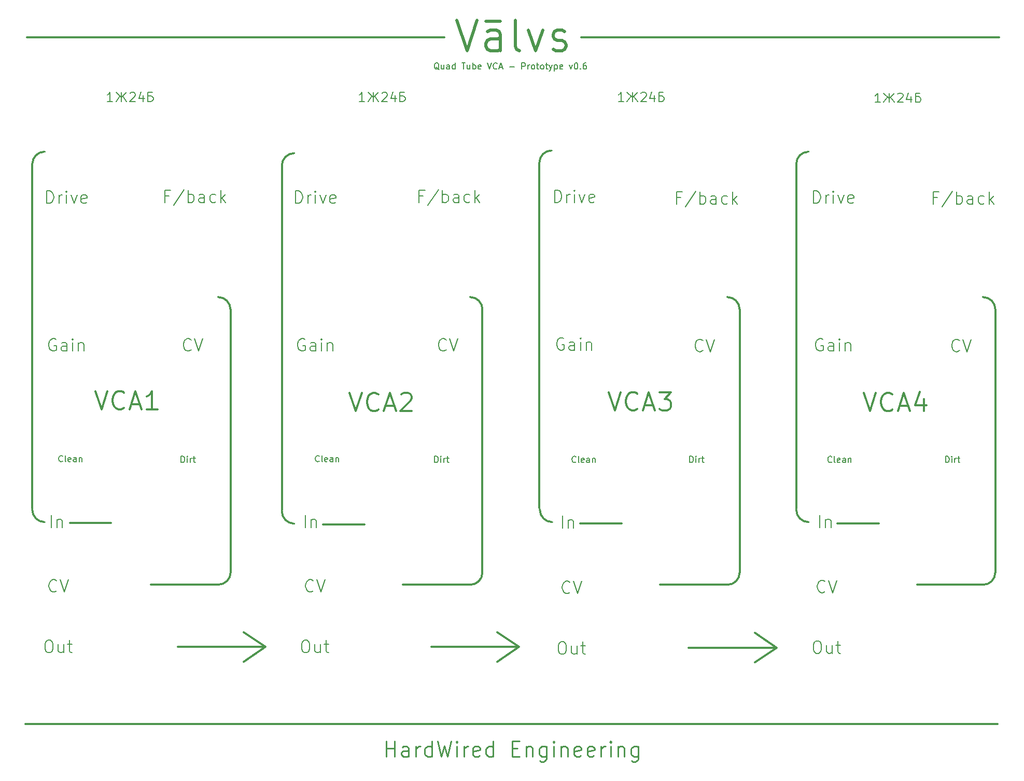
<source format=gto>
G04 #@! TF.GenerationSoftware,KiCad,Pcbnew,(5.1.6-0-10_14)*
G04 #@! TF.CreationDate,2022-01-18T21:49:38+00:00*
G04 #@! TF.ProjectId,Quad Tube VCA Panel,51756164-2054-4756-9265-205643412050,rev?*
G04 #@! TF.SameCoordinates,Original*
G04 #@! TF.FileFunction,Legend,Top*
G04 #@! TF.FilePolarity,Positive*
%FSLAX46Y46*%
G04 Gerber Fmt 4.6, Leading zero omitted, Abs format (unit mm)*
G04 Created by KiCad (PCBNEW (5.1.6-0-10_14)) date 2022-01-18 21:49:38*
%MOMM*%
%LPD*%
G01*
G04 APERTURE LIST*
%ADD10C,0.120000*%
%ADD11C,0.300000*%
%ADD12C,0.200000*%
%ADD13C,0.250000*%
%ADD14C,0.150000*%
%ADD15C,0.500000*%
G04 APERTURE END LIST*
D10*
X134403000Y-146241000D02*
X134403000Y-145991000D01*
D11*
X141153000Y-148491000D02*
X147903000Y-148491000D01*
X136403000Y-148241000D02*
G75*
G02*
X134403000Y-146241000I0J2000000D01*
G01*
X134403000Y-89741000D02*
G75*
G02*
X136403000Y-87741000I2000000J0D01*
G01*
X134403000Y-89741000D02*
X134403000Y-145991000D01*
D10*
X92534000Y-146241000D02*
X92534000Y-145991000D01*
D11*
X99153000Y-148491000D02*
X105903000Y-148491000D01*
X94534000Y-148241000D02*
G75*
G02*
X92534000Y-146241000I0J2000000D01*
G01*
X92456000Y-89535000D02*
G75*
G02*
X94456000Y-87535000I2000000J0D01*
G01*
X92456000Y-89662000D02*
X92456000Y-145912000D01*
D10*
X50403000Y-146491000D02*
X50403000Y-146241000D01*
D11*
X57149000Y-148614000D02*
X63899000Y-148614000D01*
X52403000Y-148491000D02*
G75*
G02*
X50403000Y-146491000I0J2000000D01*
G01*
X50403000Y-89991000D02*
G75*
G02*
X52403000Y-87991000I2000000J0D01*
G01*
X50403000Y-89991000D02*
X50403000Y-146241000D01*
D10*
X9653000Y-146241000D02*
X9653000Y-145991000D01*
D11*
X15780000Y-148364000D02*
X22530000Y-148364000D01*
X11653000Y-148241000D02*
G75*
G02*
X9653000Y-146241000I0J2000000D01*
G01*
X9653000Y-89741000D02*
G75*
G02*
X11653000Y-87741000I2000000J0D01*
G01*
X9653000Y-89741000D02*
X9653000Y-145991000D01*
X35005000Y-158491000D02*
X40005000Y-158491000D01*
X40005000Y-111491000D02*
G75*
G02*
X42005000Y-113491000I0J-2000000D01*
G01*
X42037000Y-156464000D02*
G75*
G02*
X40037000Y-158464000I-2000000J0D01*
G01*
X42037000Y-156464000D02*
X42037000Y-113464000D01*
X29052000Y-158491000D02*
X35052000Y-158491000D01*
X76153000Y-158491000D02*
X81153000Y-158491000D01*
X81153000Y-111491000D02*
G75*
G02*
X83153000Y-113491000I0J-2000000D01*
G01*
X83153000Y-156491000D02*
G75*
G02*
X81153000Y-158491000I-2000000J0D01*
G01*
X83153000Y-156491000D02*
X83153000Y-113491000D01*
X70153000Y-158491000D02*
X76153000Y-158491000D01*
X118153000Y-158491000D02*
X123153000Y-158491000D01*
X123153000Y-111491000D02*
G75*
G02*
X125153000Y-113491000I0J-2000000D01*
G01*
X125153000Y-156491000D02*
G75*
G02*
X123153000Y-158491000I-2000000J0D01*
G01*
X125153000Y-156491000D02*
X125153000Y-113491000D01*
X112153000Y-158491000D02*
X118153000Y-158491000D01*
X159903000Y-158491000D02*
X164903000Y-158491000D01*
X164903000Y-111491000D02*
G75*
G02*
X166903000Y-113491000I0J-2000000D01*
G01*
X166903000Y-156491000D02*
G75*
G02*
X164903000Y-158491000I-2000000J0D01*
G01*
X166903000Y-156491000D02*
X166903000Y-113491000D01*
X154153000Y-158491000D02*
X160153000Y-158491000D01*
X8509000Y-181229000D02*
X167259000Y-181229000D01*
X8763000Y-69088000D02*
X76962000Y-69088000D01*
X99314000Y-69088000D02*
X167513000Y-69088000D01*
D12*
X148110142Y-79672571D02*
X147253000Y-79672571D01*
X147681571Y-79672571D02*
X147681571Y-78172571D01*
X147538714Y-78386857D01*
X147395857Y-78529714D01*
X147253000Y-78601142D01*
X149324428Y-78815428D02*
X148681571Y-79672571D01*
X149538714Y-79672571D02*
X149538714Y-78172571D01*
X149538714Y-79029714D02*
X148681571Y-78172571D01*
X150395857Y-79672571D02*
X149753000Y-78815428D01*
X150395857Y-78172571D02*
X149538714Y-79029714D01*
X150967285Y-78315428D02*
X151038714Y-78244000D01*
X151181571Y-78172571D01*
X151538714Y-78172571D01*
X151681571Y-78244000D01*
X151753000Y-78315428D01*
X151824428Y-78458285D01*
X151824428Y-78601142D01*
X151753000Y-78815428D01*
X150895857Y-79672571D01*
X151824428Y-79672571D01*
X153110142Y-78672571D02*
X153110142Y-79672571D01*
X152753000Y-78101142D02*
X152395857Y-79172571D01*
X153324428Y-79172571D01*
X154610142Y-78172571D02*
X153895857Y-78172571D01*
X153895857Y-79672571D01*
X154324428Y-79672571D01*
X154538714Y-79601142D01*
X154681571Y-79458285D01*
X154753000Y-79315428D01*
X154753000Y-79101142D01*
X154681571Y-78958285D01*
X154538714Y-78815428D01*
X154324428Y-78744000D01*
X153895857Y-78744000D01*
X106200142Y-79545571D02*
X105343000Y-79545571D01*
X105771571Y-79545571D02*
X105771571Y-78045571D01*
X105628714Y-78259857D01*
X105485857Y-78402714D01*
X105343000Y-78474142D01*
X107414428Y-78688428D02*
X106771571Y-79545571D01*
X107628714Y-79545571D02*
X107628714Y-78045571D01*
X107628714Y-78902714D02*
X106771571Y-78045571D01*
X108485857Y-79545571D02*
X107843000Y-78688428D01*
X108485857Y-78045571D02*
X107628714Y-78902714D01*
X109057285Y-78188428D02*
X109128714Y-78117000D01*
X109271571Y-78045571D01*
X109628714Y-78045571D01*
X109771571Y-78117000D01*
X109843000Y-78188428D01*
X109914428Y-78331285D01*
X109914428Y-78474142D01*
X109843000Y-78688428D01*
X108985857Y-79545571D01*
X109914428Y-79545571D01*
X111200142Y-78545571D02*
X111200142Y-79545571D01*
X110843000Y-77974142D02*
X110485857Y-79045571D01*
X111414428Y-79045571D01*
X112700142Y-78045571D02*
X111985857Y-78045571D01*
X111985857Y-79545571D01*
X112414428Y-79545571D01*
X112628714Y-79474142D01*
X112771571Y-79331285D01*
X112843000Y-79188428D01*
X112843000Y-78974142D01*
X112771571Y-78831285D01*
X112628714Y-78688428D01*
X112414428Y-78617000D01*
X111985857Y-78617000D01*
X63909142Y-79545571D02*
X63052000Y-79545571D01*
X63480571Y-79545571D02*
X63480571Y-78045571D01*
X63337714Y-78259857D01*
X63194857Y-78402714D01*
X63052000Y-78474142D01*
X65123428Y-78688428D02*
X64480571Y-79545571D01*
X65337714Y-79545571D02*
X65337714Y-78045571D01*
X65337714Y-78902714D02*
X64480571Y-78045571D01*
X66194857Y-79545571D02*
X65552000Y-78688428D01*
X66194857Y-78045571D02*
X65337714Y-78902714D01*
X66766285Y-78188428D02*
X66837714Y-78117000D01*
X66980571Y-78045571D01*
X67337714Y-78045571D01*
X67480571Y-78117000D01*
X67552000Y-78188428D01*
X67623428Y-78331285D01*
X67623428Y-78474142D01*
X67552000Y-78688428D01*
X66694857Y-79545571D01*
X67623428Y-79545571D01*
X68909142Y-78545571D02*
X68909142Y-79545571D01*
X68552000Y-77974142D02*
X68194857Y-79045571D01*
X69123428Y-79045571D01*
X70409142Y-78045571D02*
X69694857Y-78045571D01*
X69694857Y-79545571D01*
X70123428Y-79545571D01*
X70337714Y-79474142D01*
X70480571Y-79331285D01*
X70552000Y-79188428D01*
X70552000Y-78974142D01*
X70480571Y-78831285D01*
X70337714Y-78688428D01*
X70123428Y-78617000D01*
X69694857Y-78617000D01*
X22761142Y-79545571D02*
X21904000Y-79545571D01*
X22332571Y-79545571D02*
X22332571Y-78045571D01*
X22189714Y-78259857D01*
X22046857Y-78402714D01*
X21904000Y-78474142D01*
X23975428Y-78688428D02*
X23332571Y-79545571D01*
X24189714Y-79545571D02*
X24189714Y-78045571D01*
X24189714Y-78902714D02*
X23332571Y-78045571D01*
X25046857Y-79545571D02*
X24404000Y-78688428D01*
X25046857Y-78045571D02*
X24189714Y-78902714D01*
X25618285Y-78188428D02*
X25689714Y-78117000D01*
X25832571Y-78045571D01*
X26189714Y-78045571D01*
X26332571Y-78117000D01*
X26404000Y-78188428D01*
X26475428Y-78331285D01*
X26475428Y-78474142D01*
X26404000Y-78688428D01*
X25546857Y-79545571D01*
X26475428Y-79545571D01*
X27761142Y-78545571D02*
X27761142Y-79545571D01*
X27403999Y-77974142D02*
X27046857Y-79045571D01*
X27975428Y-79045571D01*
X29261142Y-78045571D02*
X28546857Y-78045571D01*
X28546857Y-79545571D01*
X28975428Y-79545571D01*
X29189714Y-79474142D01*
X29332571Y-79331285D01*
X29403999Y-79188428D01*
X29403999Y-78974142D01*
X29332571Y-78831285D01*
X29189714Y-78688428D01*
X28975428Y-78617000D01*
X28546857Y-78617000D01*
D11*
X131191000Y-168783000D02*
X127635000Y-166370000D01*
X131191000Y-168783000D02*
X127635000Y-171196000D01*
X116840000Y-168783000D02*
X131191000Y-168783000D01*
X89154000Y-168656000D02*
X85598000Y-166243000D01*
X89154000Y-168656000D02*
X85598000Y-171069000D01*
X74803000Y-168656000D02*
X89154000Y-168656000D01*
X47752000Y-168656000D02*
X44196000Y-171069000D01*
X47752000Y-168656000D02*
X44196000Y-166243000D01*
X33401000Y-168656000D02*
X47752000Y-168656000D01*
D13*
X67415761Y-186550952D02*
X67415761Y-184050952D01*
X67415761Y-185241428D02*
X68844333Y-185241428D01*
X68844333Y-186550952D02*
X68844333Y-184050952D01*
X71106238Y-186550952D02*
X71106238Y-185241428D01*
X70987190Y-185003333D01*
X70749095Y-184884285D01*
X70272904Y-184884285D01*
X70034809Y-185003333D01*
X71106238Y-186431904D02*
X70868142Y-186550952D01*
X70272904Y-186550952D01*
X70034809Y-186431904D01*
X69915761Y-186193809D01*
X69915761Y-185955714D01*
X70034809Y-185717619D01*
X70272904Y-185598571D01*
X70868142Y-185598571D01*
X71106238Y-185479523D01*
X72296714Y-186550952D02*
X72296714Y-184884285D01*
X72296714Y-185360476D02*
X72415761Y-185122380D01*
X72534809Y-185003333D01*
X72772904Y-184884285D01*
X73011000Y-184884285D01*
X74915761Y-186550952D02*
X74915761Y-184050952D01*
X74915761Y-186431904D02*
X74677666Y-186550952D01*
X74201476Y-186550952D01*
X73963380Y-186431904D01*
X73844333Y-186312857D01*
X73725285Y-186074761D01*
X73725285Y-185360476D01*
X73844333Y-185122380D01*
X73963380Y-185003333D01*
X74201476Y-184884285D01*
X74677666Y-184884285D01*
X74915761Y-185003333D01*
X75868142Y-184050952D02*
X76463380Y-186550952D01*
X76939571Y-184765238D01*
X77415761Y-186550952D01*
X78011000Y-184050952D01*
X78963380Y-186550952D02*
X78963380Y-184884285D01*
X78963380Y-184050952D02*
X78844333Y-184170000D01*
X78963380Y-184289047D01*
X79082428Y-184170000D01*
X78963380Y-184050952D01*
X78963380Y-184289047D01*
X80153857Y-186550952D02*
X80153857Y-184884285D01*
X80153857Y-185360476D02*
X80272904Y-185122380D01*
X80391952Y-185003333D01*
X80630047Y-184884285D01*
X80868142Y-184884285D01*
X82653857Y-186431904D02*
X82415761Y-186550952D01*
X81939571Y-186550952D01*
X81701476Y-186431904D01*
X81582428Y-186193809D01*
X81582428Y-185241428D01*
X81701476Y-185003333D01*
X81939571Y-184884285D01*
X82415761Y-184884285D01*
X82653857Y-185003333D01*
X82772904Y-185241428D01*
X82772904Y-185479523D01*
X81582428Y-185717619D01*
X84915761Y-186550952D02*
X84915761Y-184050952D01*
X84915761Y-186431904D02*
X84677666Y-186550952D01*
X84201476Y-186550952D01*
X83963380Y-186431904D01*
X83844333Y-186312857D01*
X83725285Y-186074761D01*
X83725285Y-185360476D01*
X83844333Y-185122380D01*
X83963380Y-185003333D01*
X84201476Y-184884285D01*
X84677666Y-184884285D01*
X84915761Y-185003333D01*
X88011000Y-185241428D02*
X88844333Y-185241428D01*
X89201476Y-186550952D02*
X88011000Y-186550952D01*
X88011000Y-184050952D01*
X89201476Y-184050952D01*
X90272904Y-184884285D02*
X90272904Y-186550952D01*
X90272904Y-185122380D02*
X90391952Y-185003333D01*
X90630047Y-184884285D01*
X90987190Y-184884285D01*
X91225285Y-185003333D01*
X91344333Y-185241428D01*
X91344333Y-186550952D01*
X93606238Y-184884285D02*
X93606238Y-186908095D01*
X93487190Y-187146190D01*
X93368142Y-187265238D01*
X93130047Y-187384285D01*
X92772904Y-187384285D01*
X92534809Y-187265238D01*
X93606238Y-186431904D02*
X93368142Y-186550952D01*
X92891952Y-186550952D01*
X92653857Y-186431904D01*
X92534809Y-186312857D01*
X92415761Y-186074761D01*
X92415761Y-185360476D01*
X92534809Y-185122380D01*
X92653857Y-185003333D01*
X92891952Y-184884285D01*
X93368142Y-184884285D01*
X93606238Y-185003333D01*
X94796714Y-186550952D02*
X94796714Y-184884285D01*
X94796714Y-184050952D02*
X94677666Y-184170000D01*
X94796714Y-184289047D01*
X94915761Y-184170000D01*
X94796714Y-184050952D01*
X94796714Y-184289047D01*
X95987190Y-184884285D02*
X95987190Y-186550952D01*
X95987190Y-185122380D02*
X96106238Y-185003333D01*
X96344333Y-184884285D01*
X96701476Y-184884285D01*
X96939571Y-185003333D01*
X97058619Y-185241428D01*
X97058619Y-186550952D01*
X99201476Y-186431904D02*
X98963380Y-186550952D01*
X98487190Y-186550952D01*
X98249095Y-186431904D01*
X98130047Y-186193809D01*
X98130047Y-185241428D01*
X98249095Y-185003333D01*
X98487190Y-184884285D01*
X98963380Y-184884285D01*
X99201476Y-185003333D01*
X99320523Y-185241428D01*
X99320523Y-185479523D01*
X98130047Y-185717619D01*
X101344333Y-186431904D02*
X101106238Y-186550952D01*
X100630047Y-186550952D01*
X100391952Y-186431904D01*
X100272904Y-186193809D01*
X100272904Y-185241428D01*
X100391952Y-185003333D01*
X100630047Y-184884285D01*
X101106238Y-184884285D01*
X101344333Y-185003333D01*
X101463380Y-185241428D01*
X101463380Y-185479523D01*
X100272904Y-185717619D01*
X102534809Y-186550952D02*
X102534809Y-184884285D01*
X102534809Y-185360476D02*
X102653857Y-185122380D01*
X102772904Y-185003333D01*
X103011000Y-184884285D01*
X103249095Y-184884285D01*
X104082428Y-186550952D02*
X104082428Y-184884285D01*
X104082428Y-184050952D02*
X103963380Y-184170000D01*
X104082428Y-184289047D01*
X104201476Y-184170000D01*
X104082428Y-184050952D01*
X104082428Y-184289047D01*
X105272904Y-184884285D02*
X105272904Y-186550952D01*
X105272904Y-185122380D02*
X105391952Y-185003333D01*
X105630047Y-184884285D01*
X105987190Y-184884285D01*
X106225285Y-185003333D01*
X106344333Y-185241428D01*
X106344333Y-186550952D01*
X108606238Y-184884285D02*
X108606238Y-186908095D01*
X108487190Y-187146190D01*
X108368142Y-187265238D01*
X108130047Y-187384285D01*
X107772904Y-187384285D01*
X107534809Y-187265238D01*
X108606238Y-186431904D02*
X108368142Y-186550952D01*
X107891952Y-186550952D01*
X107653857Y-186431904D01*
X107534809Y-186312857D01*
X107415761Y-186074761D01*
X107415761Y-185360476D01*
X107534809Y-185122380D01*
X107653857Y-185003333D01*
X107891952Y-184884285D01*
X108368142Y-184884285D01*
X108606238Y-185003333D01*
D11*
X145407714Y-127135142D02*
X146407714Y-130135142D01*
X147407714Y-127135142D01*
X150122000Y-129849428D02*
X149979142Y-129992285D01*
X149550571Y-130135142D01*
X149264857Y-130135142D01*
X148836285Y-129992285D01*
X148550571Y-129706571D01*
X148407714Y-129420857D01*
X148264857Y-128849428D01*
X148264857Y-128420857D01*
X148407714Y-127849428D01*
X148550571Y-127563714D01*
X148836285Y-127278000D01*
X149264857Y-127135142D01*
X149550571Y-127135142D01*
X149979142Y-127278000D01*
X150122000Y-127420857D01*
X151264857Y-129278000D02*
X152693428Y-129278000D01*
X150979142Y-130135142D02*
X151979142Y-127135142D01*
X152979142Y-130135142D01*
X155264857Y-128135142D02*
X155264857Y-130135142D01*
X154550571Y-126992285D02*
X153836285Y-129135142D01*
X155693428Y-129135142D01*
X103751714Y-127008142D02*
X104751714Y-130008142D01*
X105751714Y-127008142D01*
X108466000Y-129722428D02*
X108323142Y-129865285D01*
X107894571Y-130008142D01*
X107608857Y-130008142D01*
X107180285Y-129865285D01*
X106894571Y-129579571D01*
X106751714Y-129293857D01*
X106608857Y-128722428D01*
X106608857Y-128293857D01*
X106751714Y-127722428D01*
X106894571Y-127436714D01*
X107180285Y-127151000D01*
X107608857Y-127008142D01*
X107894571Y-127008142D01*
X108323142Y-127151000D01*
X108466000Y-127293857D01*
X109608857Y-129151000D02*
X111037428Y-129151000D01*
X109323142Y-130008142D02*
X110323142Y-127008142D01*
X111323142Y-130008142D01*
X112037428Y-127008142D02*
X113894571Y-127008142D01*
X112894571Y-128151000D01*
X113323142Y-128151000D01*
X113608857Y-128293857D01*
X113751714Y-128436714D01*
X113894571Y-128722428D01*
X113894571Y-129436714D01*
X113751714Y-129722428D01*
X113608857Y-129865285D01*
X113323142Y-130008142D01*
X112466000Y-130008142D01*
X112180285Y-129865285D01*
X112037428Y-129722428D01*
X61460714Y-127135142D02*
X62460714Y-130135142D01*
X63460714Y-127135142D01*
X66175000Y-129849428D02*
X66032142Y-129992285D01*
X65603571Y-130135142D01*
X65317857Y-130135142D01*
X64889285Y-129992285D01*
X64603571Y-129706571D01*
X64460714Y-129420857D01*
X64317857Y-128849428D01*
X64317857Y-128420857D01*
X64460714Y-127849428D01*
X64603571Y-127563714D01*
X64889285Y-127278000D01*
X65317857Y-127135142D01*
X65603571Y-127135142D01*
X66032142Y-127278000D01*
X66175000Y-127420857D01*
X67317857Y-129278000D02*
X68746428Y-129278000D01*
X67032142Y-130135142D02*
X68032142Y-127135142D01*
X69032142Y-130135142D01*
X69889285Y-127420857D02*
X70032142Y-127278000D01*
X70317857Y-127135142D01*
X71032142Y-127135142D01*
X71317857Y-127278000D01*
X71460714Y-127420857D01*
X71603571Y-127706571D01*
X71603571Y-127992285D01*
X71460714Y-128420857D01*
X69746428Y-130135142D01*
X71603571Y-130135142D01*
X19931714Y-126848142D02*
X20931714Y-129848142D01*
X21931714Y-126848142D01*
X24646000Y-129562428D02*
X24503142Y-129705285D01*
X24074571Y-129848142D01*
X23788857Y-129848142D01*
X23360285Y-129705285D01*
X23074571Y-129419571D01*
X22931714Y-129133857D01*
X22788857Y-128562428D01*
X22788857Y-128133857D01*
X22931714Y-127562428D01*
X23074571Y-127276714D01*
X23360285Y-126991000D01*
X23788857Y-126848142D01*
X24074571Y-126848142D01*
X24503142Y-126991000D01*
X24646000Y-127133857D01*
X25788857Y-128991000D02*
X27217428Y-128991000D01*
X25503142Y-129848142D02*
X26503142Y-126848142D01*
X27503142Y-129848142D01*
X30074571Y-129848142D02*
X28360285Y-129848142D01*
X29217428Y-129848142D02*
X29217428Y-126848142D01*
X28931714Y-127276714D01*
X28646000Y-127562428D01*
X28360285Y-127705285D01*
D14*
X158797761Y-138501380D02*
X158797761Y-137501380D01*
X159035857Y-137501380D01*
X159178714Y-137549000D01*
X159273952Y-137644238D01*
X159321571Y-137739476D01*
X159369190Y-137929952D01*
X159369190Y-138072809D01*
X159321571Y-138263285D01*
X159273952Y-138358523D01*
X159178714Y-138453761D01*
X159035857Y-138501380D01*
X158797761Y-138501380D01*
X159797761Y-138501380D02*
X159797761Y-137834714D01*
X159797761Y-137501380D02*
X159750142Y-137549000D01*
X159797761Y-137596619D01*
X159845380Y-137549000D01*
X159797761Y-137501380D01*
X159797761Y-137596619D01*
X160273952Y-138501380D02*
X160273952Y-137834714D01*
X160273952Y-138025190D02*
X160321571Y-137929952D01*
X160369190Y-137882333D01*
X160464428Y-137834714D01*
X160559666Y-137834714D01*
X160750142Y-137834714D02*
X161131095Y-137834714D01*
X160893000Y-137501380D02*
X160893000Y-138358523D01*
X160940619Y-138453761D01*
X161035857Y-138501380D01*
X161131095Y-138501380D01*
X140192285Y-138406142D02*
X140144666Y-138453761D01*
X140001809Y-138501380D01*
X139906571Y-138501380D01*
X139763714Y-138453761D01*
X139668476Y-138358523D01*
X139620857Y-138263285D01*
X139573238Y-138072809D01*
X139573238Y-137929952D01*
X139620857Y-137739476D01*
X139668476Y-137644238D01*
X139763714Y-137549000D01*
X139906571Y-137501380D01*
X140001809Y-137501380D01*
X140144666Y-137549000D01*
X140192285Y-137596619D01*
X140763714Y-138501380D02*
X140668476Y-138453761D01*
X140620857Y-138358523D01*
X140620857Y-137501380D01*
X141525619Y-138453761D02*
X141430380Y-138501380D01*
X141239904Y-138501380D01*
X141144666Y-138453761D01*
X141097047Y-138358523D01*
X141097047Y-137977571D01*
X141144666Y-137882333D01*
X141239904Y-137834714D01*
X141430380Y-137834714D01*
X141525619Y-137882333D01*
X141573238Y-137977571D01*
X141573238Y-138072809D01*
X141097047Y-138168047D01*
X142430380Y-138501380D02*
X142430380Y-137977571D01*
X142382761Y-137882333D01*
X142287523Y-137834714D01*
X142097047Y-137834714D01*
X142001809Y-137882333D01*
X142430380Y-138453761D02*
X142335142Y-138501380D01*
X142097047Y-138501380D01*
X142001809Y-138453761D01*
X141954190Y-138358523D01*
X141954190Y-138263285D01*
X142001809Y-138168047D01*
X142097047Y-138120428D01*
X142335142Y-138120428D01*
X142430380Y-138072809D01*
X142906571Y-137834714D02*
X142906571Y-138501380D01*
X142906571Y-137929952D02*
X142954190Y-137882333D01*
X143049428Y-137834714D01*
X143192285Y-137834714D01*
X143287523Y-137882333D01*
X143335142Y-137977571D01*
X143335142Y-138501380D01*
X117014761Y-138501380D02*
X117014761Y-137501380D01*
X117252857Y-137501380D01*
X117395714Y-137549000D01*
X117490952Y-137644238D01*
X117538571Y-137739476D01*
X117586190Y-137929952D01*
X117586190Y-138072809D01*
X117538571Y-138263285D01*
X117490952Y-138358523D01*
X117395714Y-138453761D01*
X117252857Y-138501380D01*
X117014761Y-138501380D01*
X118014761Y-138501380D02*
X118014761Y-137834714D01*
X118014761Y-137501380D02*
X117967142Y-137549000D01*
X118014761Y-137596619D01*
X118062380Y-137549000D01*
X118014761Y-137501380D01*
X118014761Y-137596619D01*
X118490952Y-138501380D02*
X118490952Y-137834714D01*
X118490952Y-138025190D02*
X118538571Y-137929952D01*
X118586190Y-137882333D01*
X118681428Y-137834714D01*
X118776666Y-137834714D01*
X118967142Y-137834714D02*
X119348095Y-137834714D01*
X119110000Y-137501380D02*
X119110000Y-138358523D01*
X119157619Y-138453761D01*
X119252857Y-138501380D01*
X119348095Y-138501380D01*
X98409285Y-138406142D02*
X98361666Y-138453761D01*
X98218809Y-138501380D01*
X98123571Y-138501380D01*
X97980714Y-138453761D01*
X97885476Y-138358523D01*
X97837857Y-138263285D01*
X97790238Y-138072809D01*
X97790238Y-137929952D01*
X97837857Y-137739476D01*
X97885476Y-137644238D01*
X97980714Y-137549000D01*
X98123571Y-137501380D01*
X98218809Y-137501380D01*
X98361666Y-137549000D01*
X98409285Y-137596619D01*
X98980714Y-138501380D02*
X98885476Y-138453761D01*
X98837857Y-138358523D01*
X98837857Y-137501380D01*
X99742619Y-138453761D02*
X99647380Y-138501380D01*
X99456904Y-138501380D01*
X99361666Y-138453761D01*
X99314047Y-138358523D01*
X99314047Y-137977571D01*
X99361666Y-137882333D01*
X99456904Y-137834714D01*
X99647380Y-137834714D01*
X99742619Y-137882333D01*
X99790238Y-137977571D01*
X99790238Y-138072809D01*
X99314047Y-138168047D01*
X100647380Y-138501380D02*
X100647380Y-137977571D01*
X100599761Y-137882333D01*
X100504523Y-137834714D01*
X100314047Y-137834714D01*
X100218809Y-137882333D01*
X100647380Y-138453761D02*
X100552142Y-138501380D01*
X100314047Y-138501380D01*
X100218809Y-138453761D01*
X100171190Y-138358523D01*
X100171190Y-138263285D01*
X100218809Y-138168047D01*
X100314047Y-138120428D01*
X100552142Y-138120428D01*
X100647380Y-138072809D01*
X101123571Y-137834714D02*
X101123571Y-138501380D01*
X101123571Y-137929952D02*
X101171190Y-137882333D01*
X101266428Y-137834714D01*
X101409285Y-137834714D01*
X101504523Y-137882333D01*
X101552142Y-137977571D01*
X101552142Y-138501380D01*
X75358761Y-138501380D02*
X75358761Y-137501380D01*
X75596857Y-137501380D01*
X75739714Y-137549000D01*
X75834952Y-137644238D01*
X75882571Y-137739476D01*
X75930190Y-137929952D01*
X75930190Y-138072809D01*
X75882571Y-138263285D01*
X75834952Y-138358523D01*
X75739714Y-138453761D01*
X75596857Y-138501380D01*
X75358761Y-138501380D01*
X76358761Y-138501380D02*
X76358761Y-137834714D01*
X76358761Y-137501380D02*
X76311142Y-137549000D01*
X76358761Y-137596619D01*
X76406380Y-137549000D01*
X76358761Y-137501380D01*
X76358761Y-137596619D01*
X76834952Y-138501380D02*
X76834952Y-137834714D01*
X76834952Y-138025190D02*
X76882571Y-137929952D01*
X76930190Y-137882333D01*
X77025428Y-137834714D01*
X77120666Y-137834714D01*
X77311142Y-137834714D02*
X77692095Y-137834714D01*
X77454000Y-137501380D02*
X77454000Y-138358523D01*
X77501619Y-138453761D01*
X77596857Y-138501380D01*
X77692095Y-138501380D01*
X56499285Y-138279142D02*
X56451666Y-138326761D01*
X56308809Y-138374380D01*
X56213571Y-138374380D01*
X56070714Y-138326761D01*
X55975476Y-138231523D01*
X55927857Y-138136285D01*
X55880238Y-137945809D01*
X55880238Y-137802952D01*
X55927857Y-137612476D01*
X55975476Y-137517238D01*
X56070714Y-137422000D01*
X56213571Y-137374380D01*
X56308809Y-137374380D01*
X56451666Y-137422000D01*
X56499285Y-137469619D01*
X57070714Y-138374380D02*
X56975476Y-138326761D01*
X56927857Y-138231523D01*
X56927857Y-137374380D01*
X57832619Y-138326761D02*
X57737380Y-138374380D01*
X57546904Y-138374380D01*
X57451666Y-138326761D01*
X57404047Y-138231523D01*
X57404047Y-137850571D01*
X57451666Y-137755333D01*
X57546904Y-137707714D01*
X57737380Y-137707714D01*
X57832619Y-137755333D01*
X57880238Y-137850571D01*
X57880238Y-137945809D01*
X57404047Y-138041047D01*
X58737380Y-138374380D02*
X58737380Y-137850571D01*
X58689761Y-137755333D01*
X58594523Y-137707714D01*
X58404047Y-137707714D01*
X58308809Y-137755333D01*
X58737380Y-138326761D02*
X58642142Y-138374380D01*
X58404047Y-138374380D01*
X58308809Y-138326761D01*
X58261190Y-138231523D01*
X58261190Y-138136285D01*
X58308809Y-138041047D01*
X58404047Y-137993428D01*
X58642142Y-137993428D01*
X58737380Y-137945809D01*
X59213571Y-137707714D02*
X59213571Y-138374380D01*
X59213571Y-137802952D02*
X59261190Y-137755333D01*
X59356428Y-137707714D01*
X59499285Y-137707714D01*
X59594523Y-137755333D01*
X59642142Y-137850571D01*
X59642142Y-138374380D01*
X33956761Y-138501380D02*
X33956761Y-137501380D01*
X34194857Y-137501380D01*
X34337714Y-137549000D01*
X34432952Y-137644238D01*
X34480571Y-137739476D01*
X34528190Y-137929952D01*
X34528190Y-138072809D01*
X34480571Y-138263285D01*
X34432952Y-138358523D01*
X34337714Y-138453761D01*
X34194857Y-138501380D01*
X33956761Y-138501380D01*
X34956761Y-138501380D02*
X34956761Y-137834714D01*
X34956761Y-137501380D02*
X34909142Y-137549000D01*
X34956761Y-137596619D01*
X35004380Y-137549000D01*
X34956761Y-137501380D01*
X34956761Y-137596619D01*
X35432952Y-138501380D02*
X35432952Y-137834714D01*
X35432952Y-138025190D02*
X35480571Y-137929952D01*
X35528190Y-137882333D01*
X35623428Y-137834714D01*
X35718666Y-137834714D01*
X35909142Y-137834714D02*
X36290095Y-137834714D01*
X36052000Y-137501380D02*
X36052000Y-138358523D01*
X36099619Y-138453761D01*
X36194857Y-138501380D01*
X36290095Y-138501380D01*
X14589285Y-138279142D02*
X14541666Y-138326761D01*
X14398809Y-138374380D01*
X14303571Y-138374380D01*
X14160714Y-138326761D01*
X14065476Y-138231523D01*
X14017857Y-138136285D01*
X13970238Y-137945809D01*
X13970238Y-137802952D01*
X14017857Y-137612476D01*
X14065476Y-137517238D01*
X14160714Y-137422000D01*
X14303571Y-137374380D01*
X14398809Y-137374380D01*
X14541666Y-137422000D01*
X14589285Y-137469619D01*
X15160714Y-138374380D02*
X15065476Y-138326761D01*
X15017857Y-138231523D01*
X15017857Y-137374380D01*
X15922619Y-138326761D02*
X15827380Y-138374380D01*
X15636904Y-138374380D01*
X15541666Y-138326761D01*
X15494047Y-138231523D01*
X15494047Y-137850571D01*
X15541666Y-137755333D01*
X15636904Y-137707714D01*
X15827380Y-137707714D01*
X15922619Y-137755333D01*
X15970238Y-137850571D01*
X15970238Y-137945809D01*
X15494047Y-138041047D01*
X16827380Y-138374380D02*
X16827380Y-137850571D01*
X16779761Y-137755333D01*
X16684523Y-137707714D01*
X16494047Y-137707714D01*
X16398809Y-137755333D01*
X16827380Y-138326761D02*
X16732142Y-138374380D01*
X16494047Y-138374380D01*
X16398809Y-138326761D01*
X16351190Y-138231523D01*
X16351190Y-138136285D01*
X16398809Y-138041047D01*
X16494047Y-137993428D01*
X16732142Y-137993428D01*
X16827380Y-137945809D01*
X17303571Y-137707714D02*
X17303571Y-138374380D01*
X17303571Y-137802952D02*
X17351190Y-137755333D01*
X17446428Y-137707714D01*
X17589285Y-137707714D01*
X17684523Y-137755333D01*
X17732142Y-137850571D01*
X17732142Y-138374380D01*
D12*
X138248238Y-149113761D02*
X138248238Y-147113761D01*
X139200619Y-147780428D02*
X139200619Y-149113761D01*
X139200619Y-147970904D02*
X139295857Y-147875666D01*
X139486333Y-147780428D01*
X139772047Y-147780428D01*
X139962523Y-147875666D01*
X140057761Y-148066142D01*
X140057761Y-149113761D01*
X137652333Y-167687761D02*
X138033285Y-167687761D01*
X138223761Y-167783000D01*
X138414238Y-167973476D01*
X138509476Y-168354428D01*
X138509476Y-169021095D01*
X138414238Y-169402047D01*
X138223761Y-169592523D01*
X138033285Y-169687761D01*
X137652333Y-169687761D01*
X137461857Y-169592523D01*
X137271380Y-169402047D01*
X137176142Y-169021095D01*
X137176142Y-168354428D01*
X137271380Y-167973476D01*
X137461857Y-167783000D01*
X137652333Y-167687761D01*
X140223761Y-168354428D02*
X140223761Y-169687761D01*
X139366619Y-168354428D02*
X139366619Y-169402047D01*
X139461857Y-169592523D01*
X139652333Y-169687761D01*
X139938047Y-169687761D01*
X140128523Y-169592523D01*
X140223761Y-169497285D01*
X140890428Y-168354428D02*
X141652333Y-168354428D01*
X141176142Y-167687761D02*
X141176142Y-169402047D01*
X141271380Y-169592523D01*
X141461857Y-169687761D01*
X141652333Y-169687761D01*
X139080904Y-159591285D02*
X138985666Y-159686523D01*
X138699952Y-159781761D01*
X138509476Y-159781761D01*
X138223761Y-159686523D01*
X138033285Y-159496047D01*
X137938047Y-159305571D01*
X137842809Y-158924619D01*
X137842809Y-158638904D01*
X137938047Y-158257952D01*
X138033285Y-158067476D01*
X138223761Y-157877000D01*
X138509476Y-157781761D01*
X138699952Y-157781761D01*
X138985666Y-157877000D01*
X139080904Y-157972238D01*
X139652333Y-157781761D02*
X140319000Y-159781761D01*
X140985666Y-157781761D01*
X96248238Y-149240761D02*
X96248238Y-147240761D01*
X97200619Y-147907428D02*
X97200619Y-149240761D01*
X97200619Y-148097904D02*
X97295857Y-148002666D01*
X97486333Y-147907428D01*
X97772047Y-147907428D01*
X97962523Y-148002666D01*
X98057761Y-148193142D01*
X98057761Y-149240761D01*
X95996333Y-167814761D02*
X96377285Y-167814761D01*
X96567761Y-167910000D01*
X96758238Y-168100476D01*
X96853476Y-168481428D01*
X96853476Y-169148095D01*
X96758238Y-169529047D01*
X96567761Y-169719523D01*
X96377285Y-169814761D01*
X95996333Y-169814761D01*
X95805857Y-169719523D01*
X95615380Y-169529047D01*
X95520142Y-169148095D01*
X95520142Y-168481428D01*
X95615380Y-168100476D01*
X95805857Y-167910000D01*
X95996333Y-167814761D01*
X98567761Y-168481428D02*
X98567761Y-169814761D01*
X97710619Y-168481428D02*
X97710619Y-169529047D01*
X97805857Y-169719523D01*
X97996333Y-169814761D01*
X98282047Y-169814761D01*
X98472523Y-169719523D01*
X98567761Y-169624285D01*
X99234428Y-168481428D02*
X99996333Y-168481428D01*
X99520142Y-167814761D02*
X99520142Y-169529047D01*
X99615380Y-169719523D01*
X99805857Y-169814761D01*
X99996333Y-169814761D01*
X97424904Y-159718285D02*
X97329666Y-159813523D01*
X97043952Y-159908761D01*
X96853476Y-159908761D01*
X96567761Y-159813523D01*
X96377285Y-159623047D01*
X96282047Y-159432571D01*
X96186809Y-159051619D01*
X96186809Y-158765904D01*
X96282047Y-158384952D01*
X96377285Y-158194476D01*
X96567761Y-158004000D01*
X96853476Y-157908761D01*
X97043952Y-157908761D01*
X97329666Y-158004000D01*
X97424904Y-158099238D01*
X97996333Y-157908761D02*
X98663000Y-159908761D01*
X99329666Y-157908761D01*
X54248238Y-149145761D02*
X54248238Y-147145761D01*
X55200619Y-147812428D02*
X55200619Y-149145761D01*
X55200619Y-148002904D02*
X55295857Y-147907666D01*
X55486333Y-147812428D01*
X55772047Y-147812428D01*
X55962523Y-147907666D01*
X56057761Y-148098142D01*
X56057761Y-149145761D01*
X54086333Y-167560761D02*
X54467285Y-167560761D01*
X54657761Y-167656000D01*
X54848238Y-167846476D01*
X54943476Y-168227428D01*
X54943476Y-168894095D01*
X54848238Y-169275047D01*
X54657761Y-169465523D01*
X54467285Y-169560761D01*
X54086333Y-169560761D01*
X53895857Y-169465523D01*
X53705380Y-169275047D01*
X53610142Y-168894095D01*
X53610142Y-168227428D01*
X53705380Y-167846476D01*
X53895857Y-167656000D01*
X54086333Y-167560761D01*
X56657761Y-168227428D02*
X56657761Y-169560761D01*
X55800619Y-168227428D02*
X55800619Y-169275047D01*
X55895857Y-169465523D01*
X56086333Y-169560761D01*
X56372047Y-169560761D01*
X56562523Y-169465523D01*
X56657761Y-169370285D01*
X57324428Y-168227428D02*
X58086333Y-168227428D01*
X57610142Y-167560761D02*
X57610142Y-169275047D01*
X57705380Y-169465523D01*
X57895857Y-169560761D01*
X58086333Y-169560761D01*
X55514904Y-159464285D02*
X55419666Y-159559523D01*
X55133952Y-159654761D01*
X54943476Y-159654761D01*
X54657761Y-159559523D01*
X54467285Y-159369047D01*
X54372047Y-159178571D01*
X54276809Y-158797619D01*
X54276809Y-158511904D01*
X54372047Y-158130952D01*
X54467285Y-157940476D01*
X54657761Y-157750000D01*
X54943476Y-157654761D01*
X55133952Y-157654761D01*
X55419666Y-157750000D01*
X55514904Y-157845238D01*
X56086333Y-157654761D02*
X56753000Y-159654761D01*
X57419666Y-157654761D01*
X12176333Y-167560761D02*
X12557285Y-167560761D01*
X12747761Y-167656000D01*
X12938238Y-167846476D01*
X13033476Y-168227428D01*
X13033476Y-168894095D01*
X12938238Y-169275047D01*
X12747761Y-169465523D01*
X12557285Y-169560761D01*
X12176333Y-169560761D01*
X11985857Y-169465523D01*
X11795380Y-169275047D01*
X11700142Y-168894095D01*
X11700142Y-168227428D01*
X11795380Y-167846476D01*
X11985857Y-167656000D01*
X12176333Y-167560761D01*
X14747761Y-168227428D02*
X14747761Y-169560761D01*
X13890619Y-168227428D02*
X13890619Y-169275047D01*
X13985857Y-169465523D01*
X14176333Y-169560761D01*
X14462047Y-169560761D01*
X14652523Y-169465523D01*
X14747761Y-169370285D01*
X15414428Y-168227428D02*
X16176333Y-168227428D01*
X15700142Y-167560761D02*
X15700142Y-169275047D01*
X15795380Y-169465523D01*
X15985857Y-169560761D01*
X16176333Y-169560761D01*
X13604904Y-159464285D02*
X13509666Y-159559523D01*
X13223952Y-159654761D01*
X13033476Y-159654761D01*
X12747761Y-159559523D01*
X12557285Y-159369047D01*
X12462047Y-159178571D01*
X12366809Y-158797619D01*
X12366809Y-158511904D01*
X12462047Y-158130952D01*
X12557285Y-157940476D01*
X12747761Y-157750000D01*
X13033476Y-157654761D01*
X13223952Y-157654761D01*
X13509666Y-157750000D01*
X13604904Y-157845238D01*
X14176333Y-157654761D02*
X14843000Y-159654761D01*
X15509666Y-157654761D01*
X12748238Y-149145761D02*
X12748238Y-147145761D01*
X13700619Y-147812428D02*
X13700619Y-149145761D01*
X13700619Y-148002904D02*
X13795857Y-147907666D01*
X13986333Y-147812428D01*
X14272047Y-147812428D01*
X14462523Y-147907666D01*
X14557761Y-148098142D01*
X14557761Y-149145761D01*
D14*
X76066523Y-74334619D02*
X75971285Y-74287000D01*
X75876047Y-74191761D01*
X75733190Y-74048904D01*
X75637952Y-74001285D01*
X75542714Y-74001285D01*
X75590333Y-74239380D02*
X75495095Y-74191761D01*
X75399857Y-74096523D01*
X75352238Y-73906047D01*
X75352238Y-73572714D01*
X75399857Y-73382238D01*
X75495095Y-73287000D01*
X75590333Y-73239380D01*
X75780809Y-73239380D01*
X75876047Y-73287000D01*
X75971285Y-73382238D01*
X76018904Y-73572714D01*
X76018904Y-73906047D01*
X75971285Y-74096523D01*
X75876047Y-74191761D01*
X75780809Y-74239380D01*
X75590333Y-74239380D01*
X76876047Y-73572714D02*
X76876047Y-74239380D01*
X76447476Y-73572714D02*
X76447476Y-74096523D01*
X76495095Y-74191761D01*
X76590333Y-74239380D01*
X76733190Y-74239380D01*
X76828428Y-74191761D01*
X76876047Y-74144142D01*
X77780809Y-74239380D02*
X77780809Y-73715571D01*
X77733190Y-73620333D01*
X77637952Y-73572714D01*
X77447476Y-73572714D01*
X77352238Y-73620333D01*
X77780809Y-74191761D02*
X77685571Y-74239380D01*
X77447476Y-74239380D01*
X77352238Y-74191761D01*
X77304619Y-74096523D01*
X77304619Y-74001285D01*
X77352238Y-73906047D01*
X77447476Y-73858428D01*
X77685571Y-73858428D01*
X77780809Y-73810809D01*
X78685571Y-74239380D02*
X78685571Y-73239380D01*
X78685571Y-74191761D02*
X78590333Y-74239380D01*
X78399857Y-74239380D01*
X78304619Y-74191761D01*
X78257000Y-74144142D01*
X78209380Y-74048904D01*
X78209380Y-73763190D01*
X78257000Y-73667952D01*
X78304619Y-73620333D01*
X78399857Y-73572714D01*
X78590333Y-73572714D01*
X78685571Y-73620333D01*
X79780809Y-73239380D02*
X80352238Y-73239380D01*
X80066523Y-74239380D02*
X80066523Y-73239380D01*
X81114142Y-73572714D02*
X81114142Y-74239380D01*
X80685571Y-73572714D02*
X80685571Y-74096523D01*
X80733190Y-74191761D01*
X80828428Y-74239380D01*
X80971285Y-74239380D01*
X81066523Y-74191761D01*
X81114142Y-74144142D01*
X81590333Y-74239380D02*
X81590333Y-73239380D01*
X81590333Y-73620333D02*
X81685571Y-73572714D01*
X81876047Y-73572714D01*
X81971285Y-73620333D01*
X82018904Y-73667952D01*
X82066523Y-73763190D01*
X82066523Y-74048904D01*
X82018904Y-74144142D01*
X81971285Y-74191761D01*
X81876047Y-74239380D01*
X81685571Y-74239380D01*
X81590333Y-74191761D01*
X82876047Y-74191761D02*
X82780809Y-74239380D01*
X82590333Y-74239380D01*
X82495095Y-74191761D01*
X82447476Y-74096523D01*
X82447476Y-73715571D01*
X82495095Y-73620333D01*
X82590333Y-73572714D01*
X82780809Y-73572714D01*
X82876047Y-73620333D01*
X82923666Y-73715571D01*
X82923666Y-73810809D01*
X82447476Y-73906047D01*
X83971285Y-73239380D02*
X84304619Y-74239380D01*
X84637952Y-73239380D01*
X85542714Y-74144142D02*
X85495095Y-74191761D01*
X85352238Y-74239380D01*
X85257000Y-74239380D01*
X85114142Y-74191761D01*
X85018904Y-74096523D01*
X84971285Y-74001285D01*
X84923666Y-73810809D01*
X84923666Y-73667952D01*
X84971285Y-73477476D01*
X85018904Y-73382238D01*
X85114142Y-73287000D01*
X85257000Y-73239380D01*
X85352238Y-73239380D01*
X85495095Y-73287000D01*
X85542714Y-73334619D01*
X85923666Y-73953666D02*
X86399857Y-73953666D01*
X85828428Y-74239380D02*
X86161761Y-73239380D01*
X86495095Y-74239380D01*
X87590333Y-73858428D02*
X88352238Y-73858428D01*
X89590333Y-74239380D02*
X89590333Y-73239380D01*
X89971285Y-73239380D01*
X90066523Y-73287000D01*
X90114142Y-73334619D01*
X90161761Y-73429857D01*
X90161761Y-73572714D01*
X90114142Y-73667952D01*
X90066523Y-73715571D01*
X89971285Y-73763190D01*
X89590333Y-73763190D01*
X90590333Y-74239380D02*
X90590333Y-73572714D01*
X90590333Y-73763190D02*
X90637952Y-73667952D01*
X90685571Y-73620333D01*
X90780809Y-73572714D01*
X90876047Y-73572714D01*
X91352238Y-74239380D02*
X91257000Y-74191761D01*
X91209380Y-74144142D01*
X91161761Y-74048904D01*
X91161761Y-73763190D01*
X91209380Y-73667952D01*
X91257000Y-73620333D01*
X91352238Y-73572714D01*
X91495095Y-73572714D01*
X91590333Y-73620333D01*
X91637952Y-73667952D01*
X91685571Y-73763190D01*
X91685571Y-74048904D01*
X91637952Y-74144142D01*
X91590333Y-74191761D01*
X91495095Y-74239380D01*
X91352238Y-74239380D01*
X91971285Y-73572714D02*
X92352238Y-73572714D01*
X92114142Y-73239380D02*
X92114142Y-74096523D01*
X92161761Y-74191761D01*
X92257000Y-74239380D01*
X92352238Y-74239380D01*
X92828428Y-74239380D02*
X92733190Y-74191761D01*
X92685571Y-74144142D01*
X92637952Y-74048904D01*
X92637952Y-73763190D01*
X92685571Y-73667952D01*
X92733190Y-73620333D01*
X92828428Y-73572714D01*
X92971285Y-73572714D01*
X93066523Y-73620333D01*
X93114142Y-73667952D01*
X93161761Y-73763190D01*
X93161761Y-74048904D01*
X93114142Y-74144142D01*
X93066523Y-74191761D01*
X92971285Y-74239380D01*
X92828428Y-74239380D01*
X93447476Y-73572714D02*
X93828428Y-73572714D01*
X93590333Y-73239380D02*
X93590333Y-74096523D01*
X93637952Y-74191761D01*
X93733190Y-74239380D01*
X93828428Y-74239380D01*
X94066523Y-73572714D02*
X94304619Y-74239380D01*
X94542714Y-73572714D02*
X94304619Y-74239380D01*
X94209380Y-74477476D01*
X94161761Y-74525095D01*
X94066523Y-74572714D01*
X94923666Y-73572714D02*
X94923666Y-74572714D01*
X94923666Y-73620333D02*
X95018904Y-73572714D01*
X95209380Y-73572714D01*
X95304619Y-73620333D01*
X95352238Y-73667952D01*
X95399857Y-73763190D01*
X95399857Y-74048904D01*
X95352238Y-74144142D01*
X95304619Y-74191761D01*
X95209380Y-74239380D01*
X95018904Y-74239380D01*
X94923666Y-74191761D01*
X96209380Y-74191761D02*
X96114142Y-74239380D01*
X95923666Y-74239380D01*
X95828428Y-74191761D01*
X95780809Y-74096523D01*
X95780809Y-73715571D01*
X95828428Y-73620333D01*
X95923666Y-73572714D01*
X96114142Y-73572714D01*
X96209380Y-73620333D01*
X96257000Y-73715571D01*
X96257000Y-73810809D01*
X95780809Y-73906047D01*
X97352238Y-73572714D02*
X97590333Y-74239380D01*
X97828428Y-73572714D01*
X98399857Y-73239380D02*
X98495095Y-73239380D01*
X98590333Y-73287000D01*
X98637952Y-73334619D01*
X98685571Y-73429857D01*
X98733190Y-73620333D01*
X98733190Y-73858428D01*
X98685571Y-74048904D01*
X98637952Y-74144142D01*
X98590333Y-74191761D01*
X98495095Y-74239380D01*
X98399857Y-74239380D01*
X98304619Y-74191761D01*
X98257000Y-74144142D01*
X98209380Y-74048904D01*
X98161761Y-73858428D01*
X98161761Y-73620333D01*
X98209380Y-73429857D01*
X98257000Y-73334619D01*
X98304619Y-73287000D01*
X98399857Y-73239380D01*
X99161761Y-74144142D02*
X99209380Y-74191761D01*
X99161761Y-74239380D01*
X99114142Y-74191761D01*
X99161761Y-74144142D01*
X99161761Y-74239380D01*
X100066523Y-73239380D02*
X99876047Y-73239380D01*
X99780809Y-73287000D01*
X99733190Y-73334619D01*
X99637952Y-73477476D01*
X99590333Y-73667952D01*
X99590333Y-74048904D01*
X99637952Y-74144142D01*
X99685571Y-74191761D01*
X99780809Y-74239380D01*
X99971285Y-74239380D01*
X100066523Y-74191761D01*
X100114142Y-74144142D01*
X100161761Y-74048904D01*
X100161761Y-73810809D01*
X100114142Y-73715571D01*
X100066523Y-73667952D01*
X99971285Y-73620333D01*
X99780809Y-73620333D01*
X99685571Y-73667952D01*
X99637952Y-73715571D01*
X99590333Y-73810809D01*
D12*
X157432904Y-95234142D02*
X156766238Y-95234142D01*
X156766238Y-96281761D02*
X156766238Y-94281761D01*
X157718619Y-94281761D01*
X159909095Y-94186523D02*
X158194809Y-96757952D01*
X160575761Y-96281761D02*
X160575761Y-94281761D01*
X160575761Y-95043666D02*
X160766238Y-94948428D01*
X161147190Y-94948428D01*
X161337666Y-95043666D01*
X161432904Y-95138904D01*
X161528142Y-95329380D01*
X161528142Y-95900809D01*
X161432904Y-96091285D01*
X161337666Y-96186523D01*
X161147190Y-96281761D01*
X160766238Y-96281761D01*
X160575761Y-96186523D01*
X163242428Y-96281761D02*
X163242428Y-95234142D01*
X163147190Y-95043666D01*
X162956714Y-94948428D01*
X162575761Y-94948428D01*
X162385285Y-95043666D01*
X163242428Y-96186523D02*
X163051952Y-96281761D01*
X162575761Y-96281761D01*
X162385285Y-96186523D01*
X162290047Y-95996047D01*
X162290047Y-95805571D01*
X162385285Y-95615095D01*
X162575761Y-95519857D01*
X163051952Y-95519857D01*
X163242428Y-95424619D01*
X165051952Y-96186523D02*
X164861476Y-96281761D01*
X164480523Y-96281761D01*
X164290047Y-96186523D01*
X164194809Y-96091285D01*
X164099571Y-95900809D01*
X164099571Y-95329380D01*
X164194809Y-95138904D01*
X164290047Y-95043666D01*
X164480523Y-94948428D01*
X164861476Y-94948428D01*
X165051952Y-95043666D01*
X165909095Y-96281761D02*
X165909095Y-94281761D01*
X166099571Y-95519857D02*
X166671000Y-96281761D01*
X166671000Y-94948428D02*
X165909095Y-95710333D01*
X137223904Y-96154761D02*
X137223904Y-94154761D01*
X137700095Y-94154761D01*
X137985809Y-94250000D01*
X138176285Y-94440476D01*
X138271523Y-94630952D01*
X138366761Y-95011904D01*
X138366761Y-95297619D01*
X138271523Y-95678571D01*
X138176285Y-95869047D01*
X137985809Y-96059523D01*
X137700095Y-96154761D01*
X137223904Y-96154761D01*
X139223904Y-96154761D02*
X139223904Y-94821428D01*
X139223904Y-95202380D02*
X139319142Y-95011904D01*
X139414380Y-94916666D01*
X139604857Y-94821428D01*
X139795333Y-94821428D01*
X140462000Y-96154761D02*
X140462000Y-94821428D01*
X140462000Y-94154761D02*
X140366761Y-94250000D01*
X140462000Y-94345238D01*
X140557238Y-94250000D01*
X140462000Y-94154761D01*
X140462000Y-94345238D01*
X141223904Y-94821428D02*
X141700095Y-96154761D01*
X142176285Y-94821428D01*
X143700095Y-96059523D02*
X143509619Y-96154761D01*
X143128666Y-96154761D01*
X142938190Y-96059523D01*
X142842952Y-95869047D01*
X142842952Y-95107142D01*
X142938190Y-94916666D01*
X143128666Y-94821428D01*
X143509619Y-94821428D01*
X143700095Y-94916666D01*
X143795333Y-95107142D01*
X143795333Y-95297619D01*
X142842952Y-95488095D01*
X161051904Y-120221285D02*
X160956666Y-120316523D01*
X160670952Y-120411761D01*
X160480476Y-120411761D01*
X160194761Y-120316523D01*
X160004285Y-120126047D01*
X159909047Y-119935571D01*
X159813809Y-119554619D01*
X159813809Y-119268904D01*
X159909047Y-118887952D01*
X160004285Y-118697476D01*
X160194761Y-118507000D01*
X160480476Y-118411761D01*
X160670952Y-118411761D01*
X160956666Y-118507000D01*
X161051904Y-118602238D01*
X161623333Y-118411761D02*
X162290000Y-120411761D01*
X162956666Y-118411761D01*
X138700095Y-118380000D02*
X138509619Y-118284761D01*
X138223904Y-118284761D01*
X137938190Y-118380000D01*
X137747714Y-118570476D01*
X137652476Y-118760952D01*
X137557238Y-119141904D01*
X137557238Y-119427619D01*
X137652476Y-119808571D01*
X137747714Y-119999047D01*
X137938190Y-120189523D01*
X138223904Y-120284761D01*
X138414380Y-120284761D01*
X138700095Y-120189523D01*
X138795333Y-120094285D01*
X138795333Y-119427619D01*
X138414380Y-119427619D01*
X140509619Y-120284761D02*
X140509619Y-119237142D01*
X140414380Y-119046666D01*
X140223904Y-118951428D01*
X139842952Y-118951428D01*
X139652476Y-119046666D01*
X140509619Y-120189523D02*
X140319142Y-120284761D01*
X139842952Y-120284761D01*
X139652476Y-120189523D01*
X139557238Y-119999047D01*
X139557238Y-119808571D01*
X139652476Y-119618095D01*
X139842952Y-119522857D01*
X140319142Y-119522857D01*
X140509619Y-119427619D01*
X141462000Y-120284761D02*
X141462000Y-118951428D01*
X141462000Y-118284761D02*
X141366761Y-118380000D01*
X141462000Y-118475238D01*
X141557238Y-118380000D01*
X141462000Y-118284761D01*
X141462000Y-118475238D01*
X142414380Y-118951428D02*
X142414380Y-120284761D01*
X142414380Y-119141904D02*
X142509619Y-119046666D01*
X142700095Y-118951428D01*
X142985809Y-118951428D01*
X143176285Y-119046666D01*
X143271523Y-119237142D01*
X143271523Y-120284761D01*
X115522904Y-95234142D02*
X114856238Y-95234142D01*
X114856238Y-96281761D02*
X114856238Y-94281761D01*
X115808619Y-94281761D01*
X117999095Y-94186523D02*
X116284809Y-96757952D01*
X118665761Y-96281761D02*
X118665761Y-94281761D01*
X118665761Y-95043666D02*
X118856238Y-94948428D01*
X119237190Y-94948428D01*
X119427666Y-95043666D01*
X119522904Y-95138904D01*
X119618142Y-95329380D01*
X119618142Y-95900809D01*
X119522904Y-96091285D01*
X119427666Y-96186523D01*
X119237190Y-96281761D01*
X118856238Y-96281761D01*
X118665761Y-96186523D01*
X121332428Y-96281761D02*
X121332428Y-95234142D01*
X121237190Y-95043666D01*
X121046714Y-94948428D01*
X120665761Y-94948428D01*
X120475285Y-95043666D01*
X121332428Y-96186523D02*
X121141952Y-96281761D01*
X120665761Y-96281761D01*
X120475285Y-96186523D01*
X120380047Y-95996047D01*
X120380047Y-95805571D01*
X120475285Y-95615095D01*
X120665761Y-95519857D01*
X121141952Y-95519857D01*
X121332428Y-95424619D01*
X123141952Y-96186523D02*
X122951476Y-96281761D01*
X122570523Y-96281761D01*
X122380047Y-96186523D01*
X122284809Y-96091285D01*
X122189571Y-95900809D01*
X122189571Y-95329380D01*
X122284809Y-95138904D01*
X122380047Y-95043666D01*
X122570523Y-94948428D01*
X122951476Y-94948428D01*
X123141952Y-95043666D01*
X123999095Y-96281761D02*
X123999095Y-94281761D01*
X124189571Y-95519857D02*
X124761000Y-96281761D01*
X124761000Y-94948428D02*
X123999095Y-95710333D01*
X94932904Y-96027761D02*
X94932904Y-94027761D01*
X95409095Y-94027761D01*
X95694809Y-94123000D01*
X95885285Y-94313476D01*
X95980523Y-94503952D01*
X96075761Y-94884904D01*
X96075761Y-95170619D01*
X95980523Y-95551571D01*
X95885285Y-95742047D01*
X95694809Y-95932523D01*
X95409095Y-96027761D01*
X94932904Y-96027761D01*
X96932904Y-96027761D02*
X96932904Y-94694428D01*
X96932904Y-95075380D02*
X97028142Y-94884904D01*
X97123380Y-94789666D01*
X97313857Y-94694428D01*
X97504333Y-94694428D01*
X98171000Y-96027761D02*
X98171000Y-94694428D01*
X98171000Y-94027761D02*
X98075761Y-94123000D01*
X98171000Y-94218238D01*
X98266238Y-94123000D01*
X98171000Y-94027761D01*
X98171000Y-94218238D01*
X98932904Y-94694428D02*
X99409095Y-96027761D01*
X99885285Y-94694428D01*
X101409095Y-95932523D02*
X101218619Y-96027761D01*
X100837666Y-96027761D01*
X100647190Y-95932523D01*
X100551952Y-95742047D01*
X100551952Y-94980142D01*
X100647190Y-94789666D01*
X100837666Y-94694428D01*
X101218619Y-94694428D01*
X101409095Y-94789666D01*
X101504333Y-94980142D01*
X101504333Y-95170619D01*
X100551952Y-95361095D01*
X119141904Y-120221285D02*
X119046666Y-120316523D01*
X118760952Y-120411761D01*
X118570476Y-120411761D01*
X118284761Y-120316523D01*
X118094285Y-120126047D01*
X117999047Y-119935571D01*
X117903809Y-119554619D01*
X117903809Y-119268904D01*
X117999047Y-118887952D01*
X118094285Y-118697476D01*
X118284761Y-118507000D01*
X118570476Y-118411761D01*
X118760952Y-118411761D01*
X119046666Y-118507000D01*
X119141904Y-118602238D01*
X119713333Y-118411761D02*
X120380000Y-120411761D01*
X121046666Y-118411761D01*
X96409095Y-118253000D02*
X96218619Y-118157761D01*
X95932904Y-118157761D01*
X95647190Y-118253000D01*
X95456714Y-118443476D01*
X95361476Y-118633952D01*
X95266238Y-119014904D01*
X95266238Y-119300619D01*
X95361476Y-119681571D01*
X95456714Y-119872047D01*
X95647190Y-120062523D01*
X95932904Y-120157761D01*
X96123380Y-120157761D01*
X96409095Y-120062523D01*
X96504333Y-119967285D01*
X96504333Y-119300619D01*
X96123380Y-119300619D01*
X98218619Y-120157761D02*
X98218619Y-119110142D01*
X98123380Y-118919666D01*
X97932904Y-118824428D01*
X97551952Y-118824428D01*
X97361476Y-118919666D01*
X98218619Y-120062523D02*
X98028142Y-120157761D01*
X97551952Y-120157761D01*
X97361476Y-120062523D01*
X97266238Y-119872047D01*
X97266238Y-119681571D01*
X97361476Y-119491095D01*
X97551952Y-119395857D01*
X98028142Y-119395857D01*
X98218619Y-119300619D01*
X99171000Y-120157761D02*
X99171000Y-118824428D01*
X99171000Y-118157761D02*
X99075761Y-118253000D01*
X99171000Y-118348238D01*
X99266238Y-118253000D01*
X99171000Y-118157761D01*
X99171000Y-118348238D01*
X100123380Y-118824428D02*
X100123380Y-120157761D01*
X100123380Y-119014904D02*
X100218619Y-118919666D01*
X100409095Y-118824428D01*
X100694809Y-118824428D01*
X100885285Y-118919666D01*
X100980523Y-119110142D01*
X100980523Y-120157761D01*
X52641904Y-96154761D02*
X52641904Y-94154761D01*
X53118095Y-94154761D01*
X53403809Y-94250000D01*
X53594285Y-94440476D01*
X53689523Y-94630952D01*
X53784761Y-95011904D01*
X53784761Y-95297619D01*
X53689523Y-95678571D01*
X53594285Y-95869047D01*
X53403809Y-96059523D01*
X53118095Y-96154761D01*
X52641904Y-96154761D01*
X54641904Y-96154761D02*
X54641904Y-94821428D01*
X54641904Y-95202380D02*
X54737142Y-95011904D01*
X54832380Y-94916666D01*
X55022857Y-94821428D01*
X55213333Y-94821428D01*
X55880000Y-96154761D02*
X55880000Y-94821428D01*
X55880000Y-94154761D02*
X55784761Y-94250000D01*
X55880000Y-94345238D01*
X55975238Y-94250000D01*
X55880000Y-94154761D01*
X55880000Y-94345238D01*
X56641904Y-94821428D02*
X57118095Y-96154761D01*
X57594285Y-94821428D01*
X59118095Y-96059523D02*
X58927619Y-96154761D01*
X58546666Y-96154761D01*
X58356190Y-96059523D01*
X58260952Y-95869047D01*
X58260952Y-95107142D01*
X58356190Y-94916666D01*
X58546666Y-94821428D01*
X58927619Y-94821428D01*
X59118095Y-94916666D01*
X59213333Y-95107142D01*
X59213333Y-95297619D01*
X58260952Y-95488095D01*
X54118095Y-118380000D02*
X53927619Y-118284761D01*
X53641904Y-118284761D01*
X53356190Y-118380000D01*
X53165714Y-118570476D01*
X53070476Y-118760952D01*
X52975238Y-119141904D01*
X52975238Y-119427619D01*
X53070476Y-119808571D01*
X53165714Y-119999047D01*
X53356190Y-120189523D01*
X53641904Y-120284761D01*
X53832380Y-120284761D01*
X54118095Y-120189523D01*
X54213333Y-120094285D01*
X54213333Y-119427619D01*
X53832380Y-119427619D01*
X55927619Y-120284761D02*
X55927619Y-119237142D01*
X55832380Y-119046666D01*
X55641904Y-118951428D01*
X55260952Y-118951428D01*
X55070476Y-119046666D01*
X55927619Y-120189523D02*
X55737142Y-120284761D01*
X55260952Y-120284761D01*
X55070476Y-120189523D01*
X54975238Y-119999047D01*
X54975238Y-119808571D01*
X55070476Y-119618095D01*
X55260952Y-119522857D01*
X55737142Y-119522857D01*
X55927619Y-119427619D01*
X56880000Y-120284761D02*
X56880000Y-118951428D01*
X56880000Y-118284761D02*
X56784761Y-118380000D01*
X56880000Y-118475238D01*
X56975238Y-118380000D01*
X56880000Y-118284761D01*
X56880000Y-118475238D01*
X57832380Y-118951428D02*
X57832380Y-120284761D01*
X57832380Y-119141904D02*
X57927619Y-119046666D01*
X58118095Y-118951428D01*
X58403809Y-118951428D01*
X58594285Y-119046666D01*
X58689523Y-119237142D01*
X58689523Y-120284761D01*
X77231904Y-120094285D02*
X77136666Y-120189523D01*
X76850952Y-120284761D01*
X76660476Y-120284761D01*
X76374761Y-120189523D01*
X76184285Y-119999047D01*
X76089047Y-119808571D01*
X75993809Y-119427619D01*
X75993809Y-119141904D01*
X76089047Y-118760952D01*
X76184285Y-118570476D01*
X76374761Y-118380000D01*
X76660476Y-118284761D01*
X76850952Y-118284761D01*
X77136666Y-118380000D01*
X77231904Y-118475238D01*
X77803333Y-118284761D02*
X78470000Y-120284761D01*
X79136666Y-118284761D01*
X73485904Y-94980142D02*
X72819238Y-94980142D01*
X72819238Y-96027761D02*
X72819238Y-94027761D01*
X73771619Y-94027761D01*
X75962095Y-93932523D02*
X74247809Y-96503952D01*
X76628761Y-96027761D02*
X76628761Y-94027761D01*
X76628761Y-94789666D02*
X76819238Y-94694428D01*
X77200190Y-94694428D01*
X77390666Y-94789666D01*
X77485904Y-94884904D01*
X77581142Y-95075380D01*
X77581142Y-95646809D01*
X77485904Y-95837285D01*
X77390666Y-95932523D01*
X77200190Y-96027761D01*
X76819238Y-96027761D01*
X76628761Y-95932523D01*
X79295428Y-96027761D02*
X79295428Y-94980142D01*
X79200190Y-94789666D01*
X79009714Y-94694428D01*
X78628761Y-94694428D01*
X78438285Y-94789666D01*
X79295428Y-95932523D02*
X79104952Y-96027761D01*
X78628761Y-96027761D01*
X78438285Y-95932523D01*
X78343047Y-95742047D01*
X78343047Y-95551571D01*
X78438285Y-95361095D01*
X78628761Y-95265857D01*
X79104952Y-95265857D01*
X79295428Y-95170619D01*
X81104952Y-95932523D02*
X80914476Y-96027761D01*
X80533523Y-96027761D01*
X80343047Y-95932523D01*
X80247809Y-95837285D01*
X80152571Y-95646809D01*
X80152571Y-95075380D01*
X80247809Y-94884904D01*
X80343047Y-94789666D01*
X80533523Y-94694428D01*
X80914476Y-94694428D01*
X81104952Y-94789666D01*
X81962095Y-96027761D02*
X81962095Y-94027761D01*
X82152571Y-95265857D02*
X82724000Y-96027761D01*
X82724000Y-94694428D02*
X81962095Y-95456333D01*
X35575904Y-120094285D02*
X35480666Y-120189523D01*
X35194952Y-120284761D01*
X35004476Y-120284761D01*
X34718761Y-120189523D01*
X34528285Y-119999047D01*
X34433047Y-119808571D01*
X34337809Y-119427619D01*
X34337809Y-119141904D01*
X34433047Y-118760952D01*
X34528285Y-118570476D01*
X34718761Y-118380000D01*
X35004476Y-118284761D01*
X35194952Y-118284761D01*
X35480666Y-118380000D01*
X35575904Y-118475238D01*
X36147333Y-118284761D02*
X36814000Y-120284761D01*
X37480666Y-118284761D01*
X31956904Y-94980142D02*
X31290238Y-94980142D01*
X31290238Y-96027761D02*
X31290238Y-94027761D01*
X32242619Y-94027761D01*
X34433095Y-93932523D02*
X32718809Y-96503952D01*
X35099761Y-96027761D02*
X35099761Y-94027761D01*
X35099761Y-94789666D02*
X35290238Y-94694428D01*
X35671190Y-94694428D01*
X35861666Y-94789666D01*
X35956904Y-94884904D01*
X36052142Y-95075380D01*
X36052142Y-95646809D01*
X35956904Y-95837285D01*
X35861666Y-95932523D01*
X35671190Y-96027761D01*
X35290238Y-96027761D01*
X35099761Y-95932523D01*
X37766428Y-96027761D02*
X37766428Y-94980142D01*
X37671190Y-94789666D01*
X37480714Y-94694428D01*
X37099761Y-94694428D01*
X36909285Y-94789666D01*
X37766428Y-95932523D02*
X37575952Y-96027761D01*
X37099761Y-96027761D01*
X36909285Y-95932523D01*
X36814047Y-95742047D01*
X36814047Y-95551571D01*
X36909285Y-95361095D01*
X37099761Y-95265857D01*
X37575952Y-95265857D01*
X37766428Y-95170619D01*
X39575952Y-95932523D02*
X39385476Y-96027761D01*
X39004523Y-96027761D01*
X38814047Y-95932523D01*
X38718809Y-95837285D01*
X38623571Y-95646809D01*
X38623571Y-95075380D01*
X38718809Y-94884904D01*
X38814047Y-94789666D01*
X39004523Y-94694428D01*
X39385476Y-94694428D01*
X39575952Y-94789666D01*
X40433095Y-96027761D02*
X40433095Y-94027761D01*
X40623571Y-95265857D02*
X41195000Y-96027761D01*
X41195000Y-94694428D02*
X40433095Y-95456333D01*
X13478095Y-118380000D02*
X13287619Y-118284761D01*
X13001904Y-118284761D01*
X12716190Y-118380000D01*
X12525714Y-118570476D01*
X12430476Y-118760952D01*
X12335238Y-119141904D01*
X12335238Y-119427619D01*
X12430476Y-119808571D01*
X12525714Y-119999047D01*
X12716190Y-120189523D01*
X13001904Y-120284761D01*
X13192380Y-120284761D01*
X13478095Y-120189523D01*
X13573333Y-120094285D01*
X13573333Y-119427619D01*
X13192380Y-119427619D01*
X15287619Y-120284761D02*
X15287619Y-119237142D01*
X15192380Y-119046666D01*
X15001904Y-118951428D01*
X14620952Y-118951428D01*
X14430476Y-119046666D01*
X15287619Y-120189523D02*
X15097142Y-120284761D01*
X14620952Y-120284761D01*
X14430476Y-120189523D01*
X14335238Y-119999047D01*
X14335238Y-119808571D01*
X14430476Y-119618095D01*
X14620952Y-119522857D01*
X15097142Y-119522857D01*
X15287619Y-119427619D01*
X16240000Y-120284761D02*
X16240000Y-118951428D01*
X16240000Y-118284761D02*
X16144761Y-118380000D01*
X16240000Y-118475238D01*
X16335238Y-118380000D01*
X16240000Y-118284761D01*
X16240000Y-118475238D01*
X17192380Y-118951428D02*
X17192380Y-120284761D01*
X17192380Y-119141904D02*
X17287619Y-119046666D01*
X17478095Y-118951428D01*
X17763809Y-118951428D01*
X17954285Y-119046666D01*
X18049523Y-119237142D01*
X18049523Y-120284761D01*
X12001904Y-96154761D02*
X12001904Y-94154761D01*
X12478095Y-94154761D01*
X12763809Y-94250000D01*
X12954285Y-94440476D01*
X13049523Y-94630952D01*
X13144761Y-95011904D01*
X13144761Y-95297619D01*
X13049523Y-95678571D01*
X12954285Y-95869047D01*
X12763809Y-96059523D01*
X12478095Y-96154761D01*
X12001904Y-96154761D01*
X14001904Y-96154761D02*
X14001904Y-94821428D01*
X14001904Y-95202380D02*
X14097142Y-95011904D01*
X14192380Y-94916666D01*
X14382857Y-94821428D01*
X14573333Y-94821428D01*
X15240000Y-96154761D02*
X15240000Y-94821428D01*
X15240000Y-94154761D02*
X15144761Y-94250000D01*
X15240000Y-94345238D01*
X15335238Y-94250000D01*
X15240000Y-94154761D01*
X15240000Y-94345238D01*
X16001904Y-94821428D02*
X16478095Y-96154761D01*
X16954285Y-94821428D01*
X18478095Y-96059523D02*
X18287619Y-96154761D01*
X17906666Y-96154761D01*
X17716190Y-96059523D01*
X17620952Y-95869047D01*
X17620952Y-95107142D01*
X17716190Y-94916666D01*
X17906666Y-94821428D01*
X18287619Y-94821428D01*
X18478095Y-94916666D01*
X18573333Y-95107142D01*
X18573333Y-95297619D01*
X17620952Y-95488095D01*
D15*
X78971333Y-66222904D02*
X80638000Y-71222904D01*
X82304666Y-66222904D01*
X86114190Y-71222904D02*
X86114190Y-68603857D01*
X85876095Y-68127666D01*
X85399904Y-67889571D01*
X84447523Y-67889571D01*
X83971333Y-68127666D01*
X86114190Y-70984809D02*
X85638000Y-71222904D01*
X84447523Y-71222904D01*
X83971333Y-70984809D01*
X83733238Y-70508619D01*
X83733238Y-70032428D01*
X83971333Y-69556238D01*
X84447523Y-69318142D01*
X85638000Y-69318142D01*
X86114190Y-69080047D01*
X83733238Y-66461000D02*
X86114190Y-66461000D01*
X89209428Y-71222904D02*
X88733238Y-70984809D01*
X88495142Y-70508619D01*
X88495142Y-66222904D01*
X90638000Y-67889571D02*
X91828476Y-71222904D01*
X93018952Y-67889571D01*
X94685619Y-70984809D02*
X95161809Y-71222904D01*
X96114190Y-71222904D01*
X96590380Y-70984809D01*
X96828476Y-70508619D01*
X96828476Y-70270523D01*
X96590380Y-69794333D01*
X96114190Y-69556238D01*
X95399904Y-69556238D01*
X94923714Y-69318142D01*
X94685619Y-68841952D01*
X94685619Y-68603857D01*
X94923714Y-68127666D01*
X95399904Y-67889571D01*
X96114190Y-67889571D01*
X96590380Y-68127666D01*
%LPC*%
M02*

</source>
